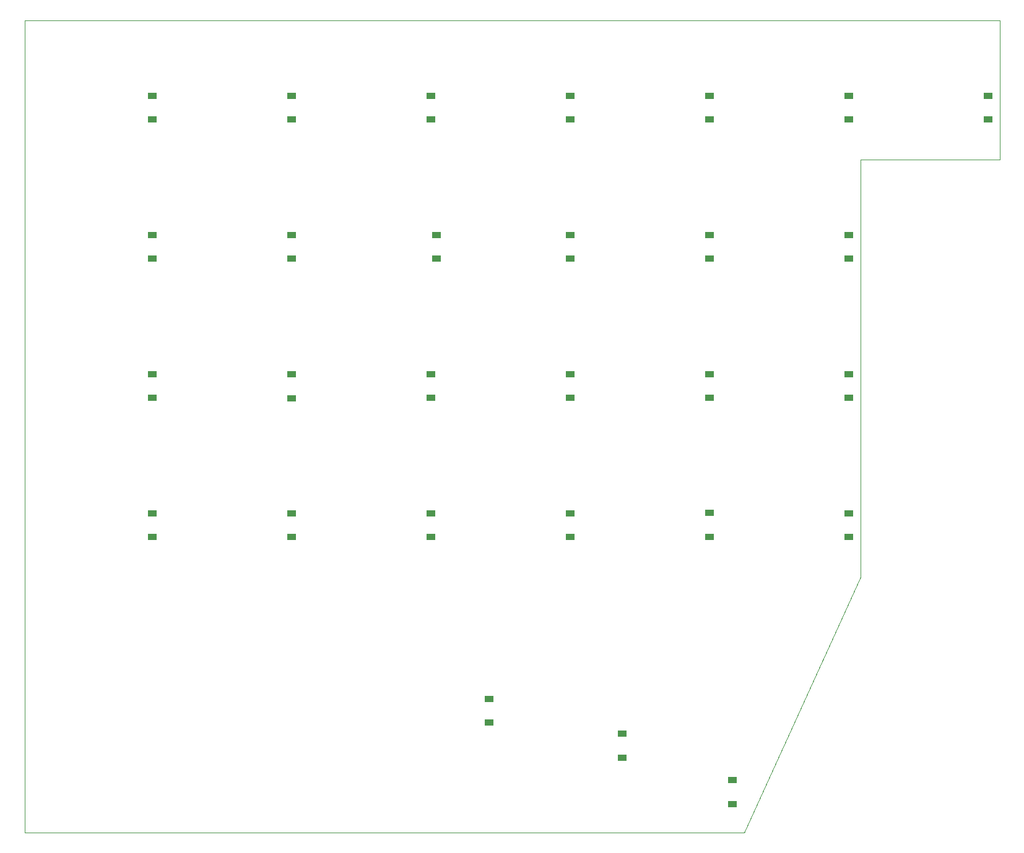
<source format=gbr>
G04 #@! TF.GenerationSoftware,KiCad,Pcbnew,(5.1.4)-1*
G04 #@! TF.CreationDate,2022-03-13T19:48:58-07:00*
G04 #@! TF.ProjectId,Dweebs-Macro-Mini,44776565-6273-42d4-9d61-63726f2d4d69,rev?*
G04 #@! TF.SameCoordinates,Original*
G04 #@! TF.FileFunction,Paste,Bot*
G04 #@! TF.FilePolarity,Positive*
%FSLAX46Y46*%
G04 Gerber Fmt 4.6, Leading zero omitted, Abs format (unit mm)*
G04 Created by KiCad (PCBNEW (5.1.4)-1) date 2022-03-13 19:48:58*
%MOMM*%
%LPD*%
G04 APERTURE LIST*
%ADD10C,0.050000*%
%ADD11R,1.200000X0.900000*%
G04 APERTURE END LIST*
D10*
X188118750Y-58737500D02*
X188118750Y-115887500D01*
X207168750Y-58737500D02*
X188118750Y-58737500D01*
X207168750Y-39687500D02*
X207168750Y-58737500D01*
X73818750Y-39687500D02*
X207168750Y-39687500D01*
X73818750Y-150812500D02*
X73818750Y-39687500D01*
X172243750Y-150812500D02*
X73818750Y-150812500D01*
X188118750Y-115887500D02*
X172243750Y-150812500D01*
D11*
X170656250Y-143606250D03*
X170656250Y-146906250D03*
X155575000Y-137256250D03*
X155575000Y-140556250D03*
X137318750Y-132493750D03*
X137318750Y-135793750D03*
X186531250Y-107093750D03*
X186531250Y-110393750D03*
X167481250Y-107031250D03*
X167481250Y-110331250D03*
X148431250Y-107093750D03*
X148431250Y-110393750D03*
X129381250Y-107093750D03*
X129381250Y-110393750D03*
X110331250Y-107093750D03*
X110331250Y-110393750D03*
X91281250Y-107093750D03*
X91281250Y-110393750D03*
X186531250Y-88043750D03*
X186531250Y-91343750D03*
X167481250Y-88043750D03*
X167481250Y-91343750D03*
X148431250Y-88043750D03*
X148431250Y-91343750D03*
X129381250Y-88043750D03*
X129381250Y-91343750D03*
X110331250Y-88076250D03*
X110331250Y-91376250D03*
X91281250Y-88043750D03*
X91281250Y-91343750D03*
X186531250Y-68993750D03*
X186531250Y-72293750D03*
X167481250Y-68993750D03*
X167481250Y-72293750D03*
X148431250Y-68993750D03*
X148431250Y-72293750D03*
X130175000Y-68993750D03*
X130175000Y-72293750D03*
X110331250Y-68993750D03*
X110331250Y-72293750D03*
X91281250Y-68993750D03*
X91281250Y-72293750D03*
X205581250Y-49943750D03*
X205581250Y-53243750D03*
X186531250Y-49943750D03*
X186531250Y-53243750D03*
X167481250Y-49943750D03*
X167481250Y-53243750D03*
X148431250Y-49943750D03*
X148431250Y-53243750D03*
X129381250Y-49943750D03*
X129381250Y-53243750D03*
X110331250Y-49943750D03*
X110331250Y-53243750D03*
X91281250Y-49943750D03*
X91281250Y-53243750D03*
M02*

</source>
